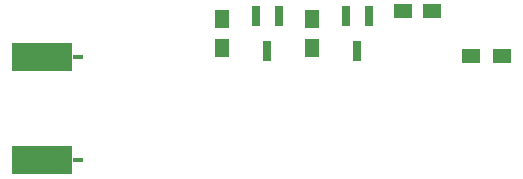
<source format=gbp>
G04 #@! TF.FileFunction,Paste,Bot*
%FSLAX46Y46*%
G04 Gerber Fmt 4.6, Leading zero omitted, Abs format (unit mm)*
G04 Created by KiCad (PCBNEW 0.201511192131+6326~38~ubuntu14.04.1-stable) date Sun 22 Nov 2015 09:07:30 PM CST*
%MOMM*%
G01*
G04 APERTURE LIST*
%ADD10C,0.127000*%
%ADD11R,0.800100X1.800860*%
%ADD12R,1.250000X1.500000*%
%ADD13R,1.500000X1.250000*%
%ADD14R,0.889000X0.457200*%
%ADD15R,5.080000X2.413000*%
%ADD16R,1.501140X1.198880*%
G04 APERTURE END LIST*
D10*
D11*
X108220000Y-98828860D03*
X110220000Y-98828860D03*
X109220000Y-101831140D03*
D12*
X105410000Y-99080000D03*
X105410000Y-101580000D03*
X113030000Y-101580000D03*
X113030000Y-99080000D03*
D13*
X120670000Y-98425000D03*
X123170000Y-98425000D03*
D14*
X93154500Y-111061500D03*
D15*
X90170000Y-111061500D03*
X90170000Y-102298500D03*
D14*
X93154500Y-102298500D03*
D11*
X115840000Y-98828860D03*
X117840000Y-98828860D03*
X116840000Y-101831140D03*
D16*
X126461520Y-102235000D03*
X129062480Y-102235000D03*
M02*

</source>
